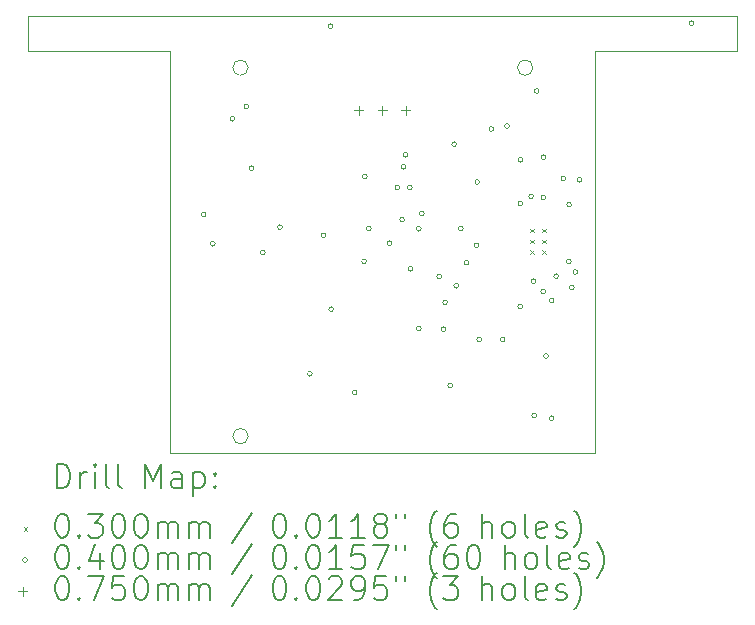
<source format=gbr>
%TF.GenerationSoftware,KiCad,Pcbnew,(7.0.0)*%
%TF.CreationDate,2024-02-07T16:47:58+08:00*%
%TF.ProjectId,revopod1,7265766f-706f-4643-912e-6b696361645f,rev?*%
%TF.SameCoordinates,Original*%
%TF.FileFunction,Drillmap*%
%TF.FilePolarity,Positive*%
%FSLAX45Y45*%
G04 Gerber Fmt 4.5, Leading zero omitted, Abs format (unit mm)*
G04 Created by KiCad (PCBNEW (7.0.0)) date 2024-02-07 16:47:58*
%MOMM*%
%LPD*%
G01*
G04 APERTURE LIST*
%ADD10C,0.100000*%
%ADD11C,0.200000*%
%ADD12C,0.030000*%
%ADD13C,0.040000*%
%ADD14C,0.075000*%
G04 APERTURE END LIST*
D10*
X8800000Y-10100000D02*
X10000000Y-10100000D01*
X8800000Y-10000000D02*
X8800000Y-10100000D01*
X10000000Y-10100000D02*
X10000000Y-13500000D01*
X10665000Y-13360000D02*
G75*
G03*
X10665000Y-13360000I-65000J0D01*
G01*
X14800000Y-10000000D02*
X14800000Y-10100000D01*
X13600000Y-10100000D02*
X14800000Y-10100000D01*
X14800000Y-10000000D02*
X14800000Y-9800000D01*
X13075000Y-10240000D02*
G75*
G03*
X13075000Y-10240000I-65000J0D01*
G01*
X8800000Y-9800000D02*
X8800000Y-10000000D01*
X10665000Y-10240000D02*
G75*
G03*
X10665000Y-10240000I-65000J0D01*
G01*
X13600000Y-10100000D02*
X13600000Y-13500000D01*
X13600000Y-13500000D02*
X10000000Y-13500000D01*
X14800000Y-9800000D02*
X8800000Y-9800000D01*
D11*
D12*
X13055000Y-11605000D02*
X13085000Y-11635000D01*
X13085000Y-11605000D02*
X13055000Y-11635000D01*
X13055000Y-11695000D02*
X13085000Y-11725000D01*
X13085000Y-11695000D02*
X13055000Y-11725000D01*
X13055000Y-11785000D02*
X13085000Y-11815000D01*
X13085000Y-11785000D02*
X13055000Y-11815000D01*
X13155000Y-11605000D02*
X13185000Y-11635000D01*
X13185000Y-11605000D02*
X13155000Y-11635000D01*
X13155000Y-11695000D02*
X13185000Y-11725000D01*
X13185000Y-11695000D02*
X13155000Y-11725000D01*
X13155000Y-11785000D02*
X13185000Y-11815000D01*
X13185000Y-11785000D02*
X13155000Y-11815000D01*
D13*
X10307800Y-11483600D02*
G75*
G03*
X10307800Y-11483600I-20000J0D01*
G01*
X10385580Y-11731460D02*
G75*
G03*
X10385580Y-11731460I-20000J0D01*
G01*
X10550530Y-10672550D02*
G75*
G03*
X10550530Y-10672550I-20000J0D01*
G01*
X10670000Y-10570000D02*
G75*
G03*
X10670000Y-10570000I-20000J0D01*
G01*
X10714230Y-11090560D02*
G75*
G03*
X10714230Y-11090560I-20000J0D01*
G01*
X10808460Y-11806540D02*
G75*
G03*
X10808460Y-11806540I-20000J0D01*
G01*
X10954120Y-11590600D02*
G75*
G03*
X10954120Y-11590600I-20000J0D01*
G01*
X11207030Y-12832280D02*
G75*
G03*
X11207030Y-12832280I-20000J0D01*
G01*
X11323010Y-11660000D02*
G75*
G03*
X11323010Y-11660000I-20000J0D01*
G01*
X11382200Y-9889300D02*
G75*
G03*
X11382200Y-9889300I-20000J0D01*
G01*
X11387840Y-12284470D02*
G75*
G03*
X11387840Y-12284470I-20000J0D01*
G01*
X11586150Y-12990000D02*
G75*
G03*
X11586150Y-12990000I-20000J0D01*
G01*
X11666150Y-11879250D02*
G75*
G03*
X11666150Y-11879250I-20000J0D01*
G01*
X11672730Y-11159750D02*
G75*
G03*
X11672730Y-11159750I-20000J0D01*
G01*
X11706480Y-11600600D02*
G75*
G03*
X11706480Y-11600600I-20000J0D01*
G01*
X11881020Y-11724880D02*
G75*
G03*
X11881020Y-11724880I-20000J0D01*
G01*
X11948970Y-11254140D02*
G75*
G03*
X11948970Y-11254140I-20000J0D01*
G01*
X11988600Y-11527070D02*
G75*
G03*
X11988600Y-11527070I-20000J0D01*
G01*
X12000000Y-11080000D02*
G75*
G03*
X12000000Y-11080000I-20000J0D01*
G01*
X12016897Y-10977444D02*
G75*
G03*
X12016897Y-10977444I-20000J0D01*
G01*
X12054310Y-11254380D02*
G75*
G03*
X12054310Y-11254380I-20000J0D01*
G01*
X12060640Y-11943000D02*
G75*
G03*
X12060640Y-11943000I-20000J0D01*
G01*
X12129880Y-11604560D02*
G75*
G03*
X12129880Y-11604560I-20000J0D01*
G01*
X12130000Y-12450000D02*
G75*
G03*
X12130000Y-12450000I-20000J0D01*
G01*
X12155170Y-11475630D02*
G75*
G03*
X12155170Y-11475630I-20000J0D01*
G01*
X12302300Y-12006090D02*
G75*
G03*
X12302300Y-12006090I-20000J0D01*
G01*
X12340000Y-12454450D02*
G75*
G03*
X12340000Y-12454450I-20000J0D01*
G01*
X12352168Y-12226841D02*
G75*
G03*
X12352168Y-12226841I-20000J0D01*
G01*
X12395450Y-12930920D02*
G75*
G03*
X12395450Y-12930920I-20000J0D01*
G01*
X12428660Y-10887930D02*
G75*
G03*
X12428660Y-10887930I-20000J0D01*
G01*
X12446500Y-12086380D02*
G75*
G03*
X12446500Y-12086380I-20000J0D01*
G01*
X12484870Y-11602170D02*
G75*
G03*
X12484870Y-11602170I-20000J0D01*
G01*
X12533700Y-11890000D02*
G75*
G03*
X12533700Y-11890000I-20000J0D01*
G01*
X12618480Y-11745000D02*
G75*
G03*
X12618480Y-11745000I-20000J0D01*
G01*
X12624170Y-11207820D02*
G75*
G03*
X12624170Y-11207820I-20000J0D01*
G01*
X12640940Y-12542130D02*
G75*
G03*
X12640940Y-12542130I-20000J0D01*
G01*
X12744240Y-10759570D02*
G75*
G03*
X12744240Y-10759570I-20000J0D01*
G01*
X12840000Y-12540000D02*
G75*
G03*
X12840000Y-12540000I-20000J0D01*
G01*
X12876820Y-10732380D02*
G75*
G03*
X12876820Y-10732380I-20000J0D01*
G01*
X12989490Y-12262200D02*
G75*
G03*
X12989490Y-12262200I-20000J0D01*
G01*
X12990000Y-11020000D02*
G75*
G03*
X12990000Y-11020000I-20000J0D01*
G01*
X12990000Y-11390000D02*
G75*
G03*
X12990000Y-11390000I-20000J0D01*
G01*
X13080000Y-11330000D02*
G75*
G03*
X13080000Y-11330000I-20000J0D01*
G01*
X13101037Y-12048548D02*
G75*
G03*
X13101037Y-12048548I-20000J0D01*
G01*
X13106460Y-13184850D02*
G75*
G03*
X13106460Y-13184850I-20000J0D01*
G01*
X13127650Y-10437600D02*
G75*
G03*
X13127650Y-10437600I-20000J0D01*
G01*
X13182430Y-12135542D02*
G75*
G03*
X13182430Y-12135542I-20000J0D01*
G01*
X13184300Y-10996780D02*
G75*
G03*
X13184300Y-10996780I-20000J0D01*
G01*
X13184300Y-11340000D02*
G75*
G03*
X13184300Y-11340000I-20000J0D01*
G01*
X13207970Y-12681120D02*
G75*
G03*
X13207970Y-12681120I-20000J0D01*
G01*
X13254880Y-12210000D02*
G75*
G03*
X13254880Y-12210000I-20000J0D01*
G01*
X13255230Y-13207110D02*
G75*
G03*
X13255230Y-13207110I-20000J0D01*
G01*
X13292545Y-12004995D02*
G75*
G03*
X13292545Y-12004995I-20000J0D01*
G01*
X13354140Y-11178320D02*
G75*
G03*
X13354140Y-11178320I-20000J0D01*
G01*
X13400000Y-11880000D02*
G75*
G03*
X13400000Y-11880000I-20000J0D01*
G01*
X13402450Y-11400000D02*
G75*
G03*
X13402450Y-11400000I-20000J0D01*
G01*
X13426290Y-12100840D02*
G75*
G03*
X13426290Y-12100840I-20000J0D01*
G01*
X13455040Y-11970000D02*
G75*
G03*
X13455040Y-11970000I-20000J0D01*
G01*
X13490000Y-11190000D02*
G75*
G03*
X13490000Y-11190000I-20000J0D01*
G01*
X14438970Y-9864030D02*
G75*
G03*
X14438970Y-9864030I-20000J0D01*
G01*
D14*
X11600000Y-10562500D02*
X11600000Y-10637500D01*
X11562500Y-10600000D02*
X11637500Y-10600000D01*
X11800000Y-10562500D02*
X11800000Y-10637500D01*
X11762500Y-10600000D02*
X11837500Y-10600000D01*
X12000000Y-10562500D02*
X12000000Y-10637500D01*
X11962500Y-10600000D02*
X12037500Y-10600000D01*
D11*
X9042619Y-13798476D02*
X9042619Y-13598476D01*
X9042619Y-13598476D02*
X9090238Y-13598476D01*
X9090238Y-13598476D02*
X9118810Y-13608000D01*
X9118810Y-13608000D02*
X9137857Y-13627048D01*
X9137857Y-13627048D02*
X9147381Y-13646095D01*
X9147381Y-13646095D02*
X9156905Y-13684190D01*
X9156905Y-13684190D02*
X9156905Y-13712762D01*
X9156905Y-13712762D02*
X9147381Y-13750857D01*
X9147381Y-13750857D02*
X9137857Y-13769905D01*
X9137857Y-13769905D02*
X9118810Y-13788952D01*
X9118810Y-13788952D02*
X9090238Y-13798476D01*
X9090238Y-13798476D02*
X9042619Y-13798476D01*
X9242619Y-13798476D02*
X9242619Y-13665143D01*
X9242619Y-13703238D02*
X9252143Y-13684190D01*
X9252143Y-13684190D02*
X9261667Y-13674667D01*
X9261667Y-13674667D02*
X9280714Y-13665143D01*
X9280714Y-13665143D02*
X9299762Y-13665143D01*
X9366429Y-13798476D02*
X9366429Y-13665143D01*
X9366429Y-13598476D02*
X9356905Y-13608000D01*
X9356905Y-13608000D02*
X9366429Y-13617524D01*
X9366429Y-13617524D02*
X9375952Y-13608000D01*
X9375952Y-13608000D02*
X9366429Y-13598476D01*
X9366429Y-13598476D02*
X9366429Y-13617524D01*
X9490238Y-13798476D02*
X9471190Y-13788952D01*
X9471190Y-13788952D02*
X9461667Y-13769905D01*
X9461667Y-13769905D02*
X9461667Y-13598476D01*
X9595000Y-13798476D02*
X9575952Y-13788952D01*
X9575952Y-13788952D02*
X9566429Y-13769905D01*
X9566429Y-13769905D02*
X9566429Y-13598476D01*
X9791190Y-13798476D02*
X9791190Y-13598476D01*
X9791190Y-13598476D02*
X9857857Y-13741333D01*
X9857857Y-13741333D02*
X9924524Y-13598476D01*
X9924524Y-13598476D02*
X9924524Y-13798476D01*
X10105476Y-13798476D02*
X10105476Y-13693714D01*
X10105476Y-13693714D02*
X10095952Y-13674667D01*
X10095952Y-13674667D02*
X10076905Y-13665143D01*
X10076905Y-13665143D02*
X10038809Y-13665143D01*
X10038809Y-13665143D02*
X10019762Y-13674667D01*
X10105476Y-13788952D02*
X10086429Y-13798476D01*
X10086429Y-13798476D02*
X10038809Y-13798476D01*
X10038809Y-13798476D02*
X10019762Y-13788952D01*
X10019762Y-13788952D02*
X10010238Y-13769905D01*
X10010238Y-13769905D02*
X10010238Y-13750857D01*
X10010238Y-13750857D02*
X10019762Y-13731809D01*
X10019762Y-13731809D02*
X10038809Y-13722286D01*
X10038809Y-13722286D02*
X10086429Y-13722286D01*
X10086429Y-13722286D02*
X10105476Y-13712762D01*
X10200714Y-13665143D02*
X10200714Y-13865143D01*
X10200714Y-13674667D02*
X10219762Y-13665143D01*
X10219762Y-13665143D02*
X10257857Y-13665143D01*
X10257857Y-13665143D02*
X10276905Y-13674667D01*
X10276905Y-13674667D02*
X10286429Y-13684190D01*
X10286429Y-13684190D02*
X10295952Y-13703238D01*
X10295952Y-13703238D02*
X10295952Y-13760381D01*
X10295952Y-13760381D02*
X10286429Y-13779428D01*
X10286429Y-13779428D02*
X10276905Y-13788952D01*
X10276905Y-13788952D02*
X10257857Y-13798476D01*
X10257857Y-13798476D02*
X10219762Y-13798476D01*
X10219762Y-13798476D02*
X10200714Y-13788952D01*
X10381667Y-13779428D02*
X10391190Y-13788952D01*
X10391190Y-13788952D02*
X10381667Y-13798476D01*
X10381667Y-13798476D02*
X10372143Y-13788952D01*
X10372143Y-13788952D02*
X10381667Y-13779428D01*
X10381667Y-13779428D02*
X10381667Y-13798476D01*
X10381667Y-13674667D02*
X10391190Y-13684190D01*
X10391190Y-13684190D02*
X10381667Y-13693714D01*
X10381667Y-13693714D02*
X10372143Y-13684190D01*
X10372143Y-13684190D02*
X10381667Y-13674667D01*
X10381667Y-13674667D02*
X10381667Y-13693714D01*
D12*
X8765000Y-14130000D02*
X8795000Y-14160000D01*
X8795000Y-14130000D02*
X8765000Y-14160000D01*
D11*
X9080714Y-14018476D02*
X9099762Y-14018476D01*
X9099762Y-14018476D02*
X9118810Y-14028000D01*
X9118810Y-14028000D02*
X9128333Y-14037524D01*
X9128333Y-14037524D02*
X9137857Y-14056571D01*
X9137857Y-14056571D02*
X9147381Y-14094667D01*
X9147381Y-14094667D02*
X9147381Y-14142286D01*
X9147381Y-14142286D02*
X9137857Y-14180381D01*
X9137857Y-14180381D02*
X9128333Y-14199428D01*
X9128333Y-14199428D02*
X9118810Y-14208952D01*
X9118810Y-14208952D02*
X9099762Y-14218476D01*
X9099762Y-14218476D02*
X9080714Y-14218476D01*
X9080714Y-14218476D02*
X9061667Y-14208952D01*
X9061667Y-14208952D02*
X9052143Y-14199428D01*
X9052143Y-14199428D02*
X9042619Y-14180381D01*
X9042619Y-14180381D02*
X9033095Y-14142286D01*
X9033095Y-14142286D02*
X9033095Y-14094667D01*
X9033095Y-14094667D02*
X9042619Y-14056571D01*
X9042619Y-14056571D02*
X9052143Y-14037524D01*
X9052143Y-14037524D02*
X9061667Y-14028000D01*
X9061667Y-14028000D02*
X9080714Y-14018476D01*
X9233095Y-14199428D02*
X9242619Y-14208952D01*
X9242619Y-14208952D02*
X9233095Y-14218476D01*
X9233095Y-14218476D02*
X9223571Y-14208952D01*
X9223571Y-14208952D02*
X9233095Y-14199428D01*
X9233095Y-14199428D02*
X9233095Y-14218476D01*
X9309286Y-14018476D02*
X9433095Y-14018476D01*
X9433095Y-14018476D02*
X9366429Y-14094667D01*
X9366429Y-14094667D02*
X9395000Y-14094667D01*
X9395000Y-14094667D02*
X9414048Y-14104190D01*
X9414048Y-14104190D02*
X9423571Y-14113714D01*
X9423571Y-14113714D02*
X9433095Y-14132762D01*
X9433095Y-14132762D02*
X9433095Y-14180381D01*
X9433095Y-14180381D02*
X9423571Y-14199428D01*
X9423571Y-14199428D02*
X9414048Y-14208952D01*
X9414048Y-14208952D02*
X9395000Y-14218476D01*
X9395000Y-14218476D02*
X9337857Y-14218476D01*
X9337857Y-14218476D02*
X9318810Y-14208952D01*
X9318810Y-14208952D02*
X9309286Y-14199428D01*
X9556905Y-14018476D02*
X9575952Y-14018476D01*
X9575952Y-14018476D02*
X9595000Y-14028000D01*
X9595000Y-14028000D02*
X9604524Y-14037524D01*
X9604524Y-14037524D02*
X9614048Y-14056571D01*
X9614048Y-14056571D02*
X9623571Y-14094667D01*
X9623571Y-14094667D02*
X9623571Y-14142286D01*
X9623571Y-14142286D02*
X9614048Y-14180381D01*
X9614048Y-14180381D02*
X9604524Y-14199428D01*
X9604524Y-14199428D02*
X9595000Y-14208952D01*
X9595000Y-14208952D02*
X9575952Y-14218476D01*
X9575952Y-14218476D02*
X9556905Y-14218476D01*
X9556905Y-14218476D02*
X9537857Y-14208952D01*
X9537857Y-14208952D02*
X9528333Y-14199428D01*
X9528333Y-14199428D02*
X9518810Y-14180381D01*
X9518810Y-14180381D02*
X9509286Y-14142286D01*
X9509286Y-14142286D02*
X9509286Y-14094667D01*
X9509286Y-14094667D02*
X9518810Y-14056571D01*
X9518810Y-14056571D02*
X9528333Y-14037524D01*
X9528333Y-14037524D02*
X9537857Y-14028000D01*
X9537857Y-14028000D02*
X9556905Y-14018476D01*
X9747381Y-14018476D02*
X9766429Y-14018476D01*
X9766429Y-14018476D02*
X9785476Y-14028000D01*
X9785476Y-14028000D02*
X9795000Y-14037524D01*
X9795000Y-14037524D02*
X9804524Y-14056571D01*
X9804524Y-14056571D02*
X9814048Y-14094667D01*
X9814048Y-14094667D02*
X9814048Y-14142286D01*
X9814048Y-14142286D02*
X9804524Y-14180381D01*
X9804524Y-14180381D02*
X9795000Y-14199428D01*
X9795000Y-14199428D02*
X9785476Y-14208952D01*
X9785476Y-14208952D02*
X9766429Y-14218476D01*
X9766429Y-14218476D02*
X9747381Y-14218476D01*
X9747381Y-14218476D02*
X9728333Y-14208952D01*
X9728333Y-14208952D02*
X9718810Y-14199428D01*
X9718810Y-14199428D02*
X9709286Y-14180381D01*
X9709286Y-14180381D02*
X9699762Y-14142286D01*
X9699762Y-14142286D02*
X9699762Y-14094667D01*
X9699762Y-14094667D02*
X9709286Y-14056571D01*
X9709286Y-14056571D02*
X9718810Y-14037524D01*
X9718810Y-14037524D02*
X9728333Y-14028000D01*
X9728333Y-14028000D02*
X9747381Y-14018476D01*
X9899762Y-14218476D02*
X9899762Y-14085143D01*
X9899762Y-14104190D02*
X9909286Y-14094667D01*
X9909286Y-14094667D02*
X9928333Y-14085143D01*
X9928333Y-14085143D02*
X9956905Y-14085143D01*
X9956905Y-14085143D02*
X9975952Y-14094667D01*
X9975952Y-14094667D02*
X9985476Y-14113714D01*
X9985476Y-14113714D02*
X9985476Y-14218476D01*
X9985476Y-14113714D02*
X9995000Y-14094667D01*
X9995000Y-14094667D02*
X10014048Y-14085143D01*
X10014048Y-14085143D02*
X10042619Y-14085143D01*
X10042619Y-14085143D02*
X10061667Y-14094667D01*
X10061667Y-14094667D02*
X10071191Y-14113714D01*
X10071191Y-14113714D02*
X10071191Y-14218476D01*
X10166429Y-14218476D02*
X10166429Y-14085143D01*
X10166429Y-14104190D02*
X10175952Y-14094667D01*
X10175952Y-14094667D02*
X10195000Y-14085143D01*
X10195000Y-14085143D02*
X10223572Y-14085143D01*
X10223572Y-14085143D02*
X10242619Y-14094667D01*
X10242619Y-14094667D02*
X10252143Y-14113714D01*
X10252143Y-14113714D02*
X10252143Y-14218476D01*
X10252143Y-14113714D02*
X10261667Y-14094667D01*
X10261667Y-14094667D02*
X10280714Y-14085143D01*
X10280714Y-14085143D02*
X10309286Y-14085143D01*
X10309286Y-14085143D02*
X10328333Y-14094667D01*
X10328333Y-14094667D02*
X10337857Y-14113714D01*
X10337857Y-14113714D02*
X10337857Y-14218476D01*
X10695952Y-14008952D02*
X10524524Y-14266095D01*
X10920714Y-14018476D02*
X10939762Y-14018476D01*
X10939762Y-14018476D02*
X10958810Y-14028000D01*
X10958810Y-14028000D02*
X10968333Y-14037524D01*
X10968333Y-14037524D02*
X10977857Y-14056571D01*
X10977857Y-14056571D02*
X10987381Y-14094667D01*
X10987381Y-14094667D02*
X10987381Y-14142286D01*
X10987381Y-14142286D02*
X10977857Y-14180381D01*
X10977857Y-14180381D02*
X10968333Y-14199428D01*
X10968333Y-14199428D02*
X10958810Y-14208952D01*
X10958810Y-14208952D02*
X10939762Y-14218476D01*
X10939762Y-14218476D02*
X10920714Y-14218476D01*
X10920714Y-14218476D02*
X10901667Y-14208952D01*
X10901667Y-14208952D02*
X10892143Y-14199428D01*
X10892143Y-14199428D02*
X10882619Y-14180381D01*
X10882619Y-14180381D02*
X10873095Y-14142286D01*
X10873095Y-14142286D02*
X10873095Y-14094667D01*
X10873095Y-14094667D02*
X10882619Y-14056571D01*
X10882619Y-14056571D02*
X10892143Y-14037524D01*
X10892143Y-14037524D02*
X10901667Y-14028000D01*
X10901667Y-14028000D02*
X10920714Y-14018476D01*
X11073095Y-14199428D02*
X11082619Y-14208952D01*
X11082619Y-14208952D02*
X11073095Y-14218476D01*
X11073095Y-14218476D02*
X11063572Y-14208952D01*
X11063572Y-14208952D02*
X11073095Y-14199428D01*
X11073095Y-14199428D02*
X11073095Y-14218476D01*
X11206429Y-14018476D02*
X11225476Y-14018476D01*
X11225476Y-14018476D02*
X11244524Y-14028000D01*
X11244524Y-14028000D02*
X11254048Y-14037524D01*
X11254048Y-14037524D02*
X11263571Y-14056571D01*
X11263571Y-14056571D02*
X11273095Y-14094667D01*
X11273095Y-14094667D02*
X11273095Y-14142286D01*
X11273095Y-14142286D02*
X11263571Y-14180381D01*
X11263571Y-14180381D02*
X11254048Y-14199428D01*
X11254048Y-14199428D02*
X11244524Y-14208952D01*
X11244524Y-14208952D02*
X11225476Y-14218476D01*
X11225476Y-14218476D02*
X11206429Y-14218476D01*
X11206429Y-14218476D02*
X11187381Y-14208952D01*
X11187381Y-14208952D02*
X11177857Y-14199428D01*
X11177857Y-14199428D02*
X11168333Y-14180381D01*
X11168333Y-14180381D02*
X11158810Y-14142286D01*
X11158810Y-14142286D02*
X11158810Y-14094667D01*
X11158810Y-14094667D02*
X11168333Y-14056571D01*
X11168333Y-14056571D02*
X11177857Y-14037524D01*
X11177857Y-14037524D02*
X11187381Y-14028000D01*
X11187381Y-14028000D02*
X11206429Y-14018476D01*
X11463571Y-14218476D02*
X11349286Y-14218476D01*
X11406429Y-14218476D02*
X11406429Y-14018476D01*
X11406429Y-14018476D02*
X11387381Y-14047048D01*
X11387381Y-14047048D02*
X11368333Y-14066095D01*
X11368333Y-14066095D02*
X11349286Y-14075619D01*
X11654048Y-14218476D02*
X11539762Y-14218476D01*
X11596905Y-14218476D02*
X11596905Y-14018476D01*
X11596905Y-14018476D02*
X11577857Y-14047048D01*
X11577857Y-14047048D02*
X11558810Y-14066095D01*
X11558810Y-14066095D02*
X11539762Y-14075619D01*
X11768333Y-14104190D02*
X11749286Y-14094667D01*
X11749286Y-14094667D02*
X11739762Y-14085143D01*
X11739762Y-14085143D02*
X11730238Y-14066095D01*
X11730238Y-14066095D02*
X11730238Y-14056571D01*
X11730238Y-14056571D02*
X11739762Y-14037524D01*
X11739762Y-14037524D02*
X11749286Y-14028000D01*
X11749286Y-14028000D02*
X11768333Y-14018476D01*
X11768333Y-14018476D02*
X11806429Y-14018476D01*
X11806429Y-14018476D02*
X11825476Y-14028000D01*
X11825476Y-14028000D02*
X11835000Y-14037524D01*
X11835000Y-14037524D02*
X11844524Y-14056571D01*
X11844524Y-14056571D02*
X11844524Y-14066095D01*
X11844524Y-14066095D02*
X11835000Y-14085143D01*
X11835000Y-14085143D02*
X11825476Y-14094667D01*
X11825476Y-14094667D02*
X11806429Y-14104190D01*
X11806429Y-14104190D02*
X11768333Y-14104190D01*
X11768333Y-14104190D02*
X11749286Y-14113714D01*
X11749286Y-14113714D02*
X11739762Y-14123238D01*
X11739762Y-14123238D02*
X11730238Y-14142286D01*
X11730238Y-14142286D02*
X11730238Y-14180381D01*
X11730238Y-14180381D02*
X11739762Y-14199428D01*
X11739762Y-14199428D02*
X11749286Y-14208952D01*
X11749286Y-14208952D02*
X11768333Y-14218476D01*
X11768333Y-14218476D02*
X11806429Y-14218476D01*
X11806429Y-14218476D02*
X11825476Y-14208952D01*
X11825476Y-14208952D02*
X11835000Y-14199428D01*
X11835000Y-14199428D02*
X11844524Y-14180381D01*
X11844524Y-14180381D02*
X11844524Y-14142286D01*
X11844524Y-14142286D02*
X11835000Y-14123238D01*
X11835000Y-14123238D02*
X11825476Y-14113714D01*
X11825476Y-14113714D02*
X11806429Y-14104190D01*
X11920714Y-14018476D02*
X11920714Y-14056571D01*
X11996905Y-14018476D02*
X11996905Y-14056571D01*
X12259762Y-14294667D02*
X12250238Y-14285143D01*
X12250238Y-14285143D02*
X12231191Y-14256571D01*
X12231191Y-14256571D02*
X12221667Y-14237524D01*
X12221667Y-14237524D02*
X12212143Y-14208952D01*
X12212143Y-14208952D02*
X12202619Y-14161333D01*
X12202619Y-14161333D02*
X12202619Y-14123238D01*
X12202619Y-14123238D02*
X12212143Y-14075619D01*
X12212143Y-14075619D02*
X12221667Y-14047048D01*
X12221667Y-14047048D02*
X12231191Y-14028000D01*
X12231191Y-14028000D02*
X12250238Y-13999428D01*
X12250238Y-13999428D02*
X12259762Y-13989905D01*
X12421667Y-14018476D02*
X12383571Y-14018476D01*
X12383571Y-14018476D02*
X12364524Y-14028000D01*
X12364524Y-14028000D02*
X12355000Y-14037524D01*
X12355000Y-14037524D02*
X12335952Y-14066095D01*
X12335952Y-14066095D02*
X12326429Y-14104190D01*
X12326429Y-14104190D02*
X12326429Y-14180381D01*
X12326429Y-14180381D02*
X12335952Y-14199428D01*
X12335952Y-14199428D02*
X12345476Y-14208952D01*
X12345476Y-14208952D02*
X12364524Y-14218476D01*
X12364524Y-14218476D02*
X12402619Y-14218476D01*
X12402619Y-14218476D02*
X12421667Y-14208952D01*
X12421667Y-14208952D02*
X12431191Y-14199428D01*
X12431191Y-14199428D02*
X12440714Y-14180381D01*
X12440714Y-14180381D02*
X12440714Y-14132762D01*
X12440714Y-14132762D02*
X12431191Y-14113714D01*
X12431191Y-14113714D02*
X12421667Y-14104190D01*
X12421667Y-14104190D02*
X12402619Y-14094667D01*
X12402619Y-14094667D02*
X12364524Y-14094667D01*
X12364524Y-14094667D02*
X12345476Y-14104190D01*
X12345476Y-14104190D02*
X12335952Y-14113714D01*
X12335952Y-14113714D02*
X12326429Y-14132762D01*
X12646429Y-14218476D02*
X12646429Y-14018476D01*
X12732143Y-14218476D02*
X12732143Y-14113714D01*
X12732143Y-14113714D02*
X12722619Y-14094667D01*
X12722619Y-14094667D02*
X12703572Y-14085143D01*
X12703572Y-14085143D02*
X12675000Y-14085143D01*
X12675000Y-14085143D02*
X12655952Y-14094667D01*
X12655952Y-14094667D02*
X12646429Y-14104190D01*
X12855952Y-14218476D02*
X12836905Y-14208952D01*
X12836905Y-14208952D02*
X12827381Y-14199428D01*
X12827381Y-14199428D02*
X12817857Y-14180381D01*
X12817857Y-14180381D02*
X12817857Y-14123238D01*
X12817857Y-14123238D02*
X12827381Y-14104190D01*
X12827381Y-14104190D02*
X12836905Y-14094667D01*
X12836905Y-14094667D02*
X12855952Y-14085143D01*
X12855952Y-14085143D02*
X12884524Y-14085143D01*
X12884524Y-14085143D02*
X12903572Y-14094667D01*
X12903572Y-14094667D02*
X12913095Y-14104190D01*
X12913095Y-14104190D02*
X12922619Y-14123238D01*
X12922619Y-14123238D02*
X12922619Y-14180381D01*
X12922619Y-14180381D02*
X12913095Y-14199428D01*
X12913095Y-14199428D02*
X12903572Y-14208952D01*
X12903572Y-14208952D02*
X12884524Y-14218476D01*
X12884524Y-14218476D02*
X12855952Y-14218476D01*
X13036905Y-14218476D02*
X13017857Y-14208952D01*
X13017857Y-14208952D02*
X13008333Y-14189905D01*
X13008333Y-14189905D02*
X13008333Y-14018476D01*
X13189286Y-14208952D02*
X13170238Y-14218476D01*
X13170238Y-14218476D02*
X13132143Y-14218476D01*
X13132143Y-14218476D02*
X13113095Y-14208952D01*
X13113095Y-14208952D02*
X13103572Y-14189905D01*
X13103572Y-14189905D02*
X13103572Y-14113714D01*
X13103572Y-14113714D02*
X13113095Y-14094667D01*
X13113095Y-14094667D02*
X13132143Y-14085143D01*
X13132143Y-14085143D02*
X13170238Y-14085143D01*
X13170238Y-14085143D02*
X13189286Y-14094667D01*
X13189286Y-14094667D02*
X13198810Y-14113714D01*
X13198810Y-14113714D02*
X13198810Y-14132762D01*
X13198810Y-14132762D02*
X13103572Y-14151809D01*
X13275000Y-14208952D02*
X13294048Y-14218476D01*
X13294048Y-14218476D02*
X13332143Y-14218476D01*
X13332143Y-14218476D02*
X13351191Y-14208952D01*
X13351191Y-14208952D02*
X13360714Y-14189905D01*
X13360714Y-14189905D02*
X13360714Y-14180381D01*
X13360714Y-14180381D02*
X13351191Y-14161333D01*
X13351191Y-14161333D02*
X13332143Y-14151809D01*
X13332143Y-14151809D02*
X13303572Y-14151809D01*
X13303572Y-14151809D02*
X13284524Y-14142286D01*
X13284524Y-14142286D02*
X13275000Y-14123238D01*
X13275000Y-14123238D02*
X13275000Y-14113714D01*
X13275000Y-14113714D02*
X13284524Y-14094667D01*
X13284524Y-14094667D02*
X13303572Y-14085143D01*
X13303572Y-14085143D02*
X13332143Y-14085143D01*
X13332143Y-14085143D02*
X13351191Y-14094667D01*
X13427381Y-14294667D02*
X13436905Y-14285143D01*
X13436905Y-14285143D02*
X13455953Y-14256571D01*
X13455953Y-14256571D02*
X13465476Y-14237524D01*
X13465476Y-14237524D02*
X13475000Y-14208952D01*
X13475000Y-14208952D02*
X13484524Y-14161333D01*
X13484524Y-14161333D02*
X13484524Y-14123238D01*
X13484524Y-14123238D02*
X13475000Y-14075619D01*
X13475000Y-14075619D02*
X13465476Y-14047048D01*
X13465476Y-14047048D02*
X13455953Y-14028000D01*
X13455953Y-14028000D02*
X13436905Y-13999428D01*
X13436905Y-13999428D02*
X13427381Y-13989905D01*
D13*
X8795000Y-14409000D02*
G75*
G03*
X8795000Y-14409000I-20000J0D01*
G01*
D11*
X9080714Y-14282476D02*
X9099762Y-14282476D01*
X9099762Y-14282476D02*
X9118810Y-14292000D01*
X9118810Y-14292000D02*
X9128333Y-14301524D01*
X9128333Y-14301524D02*
X9137857Y-14320571D01*
X9137857Y-14320571D02*
X9147381Y-14358667D01*
X9147381Y-14358667D02*
X9147381Y-14406286D01*
X9147381Y-14406286D02*
X9137857Y-14444381D01*
X9137857Y-14444381D02*
X9128333Y-14463428D01*
X9128333Y-14463428D02*
X9118810Y-14472952D01*
X9118810Y-14472952D02*
X9099762Y-14482476D01*
X9099762Y-14482476D02*
X9080714Y-14482476D01*
X9080714Y-14482476D02*
X9061667Y-14472952D01*
X9061667Y-14472952D02*
X9052143Y-14463428D01*
X9052143Y-14463428D02*
X9042619Y-14444381D01*
X9042619Y-14444381D02*
X9033095Y-14406286D01*
X9033095Y-14406286D02*
X9033095Y-14358667D01*
X9033095Y-14358667D02*
X9042619Y-14320571D01*
X9042619Y-14320571D02*
X9052143Y-14301524D01*
X9052143Y-14301524D02*
X9061667Y-14292000D01*
X9061667Y-14292000D02*
X9080714Y-14282476D01*
X9233095Y-14463428D02*
X9242619Y-14472952D01*
X9242619Y-14472952D02*
X9233095Y-14482476D01*
X9233095Y-14482476D02*
X9223571Y-14472952D01*
X9223571Y-14472952D02*
X9233095Y-14463428D01*
X9233095Y-14463428D02*
X9233095Y-14482476D01*
X9414048Y-14349143D02*
X9414048Y-14482476D01*
X9366429Y-14272952D02*
X9318810Y-14415809D01*
X9318810Y-14415809D02*
X9442619Y-14415809D01*
X9556905Y-14282476D02*
X9575952Y-14282476D01*
X9575952Y-14282476D02*
X9595000Y-14292000D01*
X9595000Y-14292000D02*
X9604524Y-14301524D01*
X9604524Y-14301524D02*
X9614048Y-14320571D01*
X9614048Y-14320571D02*
X9623571Y-14358667D01*
X9623571Y-14358667D02*
X9623571Y-14406286D01*
X9623571Y-14406286D02*
X9614048Y-14444381D01*
X9614048Y-14444381D02*
X9604524Y-14463428D01*
X9604524Y-14463428D02*
X9595000Y-14472952D01*
X9595000Y-14472952D02*
X9575952Y-14482476D01*
X9575952Y-14482476D02*
X9556905Y-14482476D01*
X9556905Y-14482476D02*
X9537857Y-14472952D01*
X9537857Y-14472952D02*
X9528333Y-14463428D01*
X9528333Y-14463428D02*
X9518810Y-14444381D01*
X9518810Y-14444381D02*
X9509286Y-14406286D01*
X9509286Y-14406286D02*
X9509286Y-14358667D01*
X9509286Y-14358667D02*
X9518810Y-14320571D01*
X9518810Y-14320571D02*
X9528333Y-14301524D01*
X9528333Y-14301524D02*
X9537857Y-14292000D01*
X9537857Y-14292000D02*
X9556905Y-14282476D01*
X9747381Y-14282476D02*
X9766429Y-14282476D01*
X9766429Y-14282476D02*
X9785476Y-14292000D01*
X9785476Y-14292000D02*
X9795000Y-14301524D01*
X9795000Y-14301524D02*
X9804524Y-14320571D01*
X9804524Y-14320571D02*
X9814048Y-14358667D01*
X9814048Y-14358667D02*
X9814048Y-14406286D01*
X9814048Y-14406286D02*
X9804524Y-14444381D01*
X9804524Y-14444381D02*
X9795000Y-14463428D01*
X9795000Y-14463428D02*
X9785476Y-14472952D01*
X9785476Y-14472952D02*
X9766429Y-14482476D01*
X9766429Y-14482476D02*
X9747381Y-14482476D01*
X9747381Y-14482476D02*
X9728333Y-14472952D01*
X9728333Y-14472952D02*
X9718810Y-14463428D01*
X9718810Y-14463428D02*
X9709286Y-14444381D01*
X9709286Y-14444381D02*
X9699762Y-14406286D01*
X9699762Y-14406286D02*
X9699762Y-14358667D01*
X9699762Y-14358667D02*
X9709286Y-14320571D01*
X9709286Y-14320571D02*
X9718810Y-14301524D01*
X9718810Y-14301524D02*
X9728333Y-14292000D01*
X9728333Y-14292000D02*
X9747381Y-14282476D01*
X9899762Y-14482476D02*
X9899762Y-14349143D01*
X9899762Y-14368190D02*
X9909286Y-14358667D01*
X9909286Y-14358667D02*
X9928333Y-14349143D01*
X9928333Y-14349143D02*
X9956905Y-14349143D01*
X9956905Y-14349143D02*
X9975952Y-14358667D01*
X9975952Y-14358667D02*
X9985476Y-14377714D01*
X9985476Y-14377714D02*
X9985476Y-14482476D01*
X9985476Y-14377714D02*
X9995000Y-14358667D01*
X9995000Y-14358667D02*
X10014048Y-14349143D01*
X10014048Y-14349143D02*
X10042619Y-14349143D01*
X10042619Y-14349143D02*
X10061667Y-14358667D01*
X10061667Y-14358667D02*
X10071191Y-14377714D01*
X10071191Y-14377714D02*
X10071191Y-14482476D01*
X10166429Y-14482476D02*
X10166429Y-14349143D01*
X10166429Y-14368190D02*
X10175952Y-14358667D01*
X10175952Y-14358667D02*
X10195000Y-14349143D01*
X10195000Y-14349143D02*
X10223572Y-14349143D01*
X10223572Y-14349143D02*
X10242619Y-14358667D01*
X10242619Y-14358667D02*
X10252143Y-14377714D01*
X10252143Y-14377714D02*
X10252143Y-14482476D01*
X10252143Y-14377714D02*
X10261667Y-14358667D01*
X10261667Y-14358667D02*
X10280714Y-14349143D01*
X10280714Y-14349143D02*
X10309286Y-14349143D01*
X10309286Y-14349143D02*
X10328333Y-14358667D01*
X10328333Y-14358667D02*
X10337857Y-14377714D01*
X10337857Y-14377714D02*
X10337857Y-14482476D01*
X10695952Y-14272952D02*
X10524524Y-14530095D01*
X10920714Y-14282476D02*
X10939762Y-14282476D01*
X10939762Y-14282476D02*
X10958810Y-14292000D01*
X10958810Y-14292000D02*
X10968333Y-14301524D01*
X10968333Y-14301524D02*
X10977857Y-14320571D01*
X10977857Y-14320571D02*
X10987381Y-14358667D01*
X10987381Y-14358667D02*
X10987381Y-14406286D01*
X10987381Y-14406286D02*
X10977857Y-14444381D01*
X10977857Y-14444381D02*
X10968333Y-14463428D01*
X10968333Y-14463428D02*
X10958810Y-14472952D01*
X10958810Y-14472952D02*
X10939762Y-14482476D01*
X10939762Y-14482476D02*
X10920714Y-14482476D01*
X10920714Y-14482476D02*
X10901667Y-14472952D01*
X10901667Y-14472952D02*
X10892143Y-14463428D01*
X10892143Y-14463428D02*
X10882619Y-14444381D01*
X10882619Y-14444381D02*
X10873095Y-14406286D01*
X10873095Y-14406286D02*
X10873095Y-14358667D01*
X10873095Y-14358667D02*
X10882619Y-14320571D01*
X10882619Y-14320571D02*
X10892143Y-14301524D01*
X10892143Y-14301524D02*
X10901667Y-14292000D01*
X10901667Y-14292000D02*
X10920714Y-14282476D01*
X11073095Y-14463428D02*
X11082619Y-14472952D01*
X11082619Y-14472952D02*
X11073095Y-14482476D01*
X11073095Y-14482476D02*
X11063572Y-14472952D01*
X11063572Y-14472952D02*
X11073095Y-14463428D01*
X11073095Y-14463428D02*
X11073095Y-14482476D01*
X11206429Y-14282476D02*
X11225476Y-14282476D01*
X11225476Y-14282476D02*
X11244524Y-14292000D01*
X11244524Y-14292000D02*
X11254048Y-14301524D01*
X11254048Y-14301524D02*
X11263571Y-14320571D01*
X11263571Y-14320571D02*
X11273095Y-14358667D01*
X11273095Y-14358667D02*
X11273095Y-14406286D01*
X11273095Y-14406286D02*
X11263571Y-14444381D01*
X11263571Y-14444381D02*
X11254048Y-14463428D01*
X11254048Y-14463428D02*
X11244524Y-14472952D01*
X11244524Y-14472952D02*
X11225476Y-14482476D01*
X11225476Y-14482476D02*
X11206429Y-14482476D01*
X11206429Y-14482476D02*
X11187381Y-14472952D01*
X11187381Y-14472952D02*
X11177857Y-14463428D01*
X11177857Y-14463428D02*
X11168333Y-14444381D01*
X11168333Y-14444381D02*
X11158810Y-14406286D01*
X11158810Y-14406286D02*
X11158810Y-14358667D01*
X11158810Y-14358667D02*
X11168333Y-14320571D01*
X11168333Y-14320571D02*
X11177857Y-14301524D01*
X11177857Y-14301524D02*
X11187381Y-14292000D01*
X11187381Y-14292000D02*
X11206429Y-14282476D01*
X11463571Y-14482476D02*
X11349286Y-14482476D01*
X11406429Y-14482476D02*
X11406429Y-14282476D01*
X11406429Y-14282476D02*
X11387381Y-14311048D01*
X11387381Y-14311048D02*
X11368333Y-14330095D01*
X11368333Y-14330095D02*
X11349286Y-14339619D01*
X11644524Y-14282476D02*
X11549286Y-14282476D01*
X11549286Y-14282476D02*
X11539762Y-14377714D01*
X11539762Y-14377714D02*
X11549286Y-14368190D01*
X11549286Y-14368190D02*
X11568333Y-14358667D01*
X11568333Y-14358667D02*
X11615952Y-14358667D01*
X11615952Y-14358667D02*
X11635000Y-14368190D01*
X11635000Y-14368190D02*
X11644524Y-14377714D01*
X11644524Y-14377714D02*
X11654048Y-14396762D01*
X11654048Y-14396762D02*
X11654048Y-14444381D01*
X11654048Y-14444381D02*
X11644524Y-14463428D01*
X11644524Y-14463428D02*
X11635000Y-14472952D01*
X11635000Y-14472952D02*
X11615952Y-14482476D01*
X11615952Y-14482476D02*
X11568333Y-14482476D01*
X11568333Y-14482476D02*
X11549286Y-14472952D01*
X11549286Y-14472952D02*
X11539762Y-14463428D01*
X11720714Y-14282476D02*
X11854048Y-14282476D01*
X11854048Y-14282476D02*
X11768333Y-14482476D01*
X11920714Y-14282476D02*
X11920714Y-14320571D01*
X11996905Y-14282476D02*
X11996905Y-14320571D01*
X12259762Y-14558667D02*
X12250238Y-14549143D01*
X12250238Y-14549143D02*
X12231191Y-14520571D01*
X12231191Y-14520571D02*
X12221667Y-14501524D01*
X12221667Y-14501524D02*
X12212143Y-14472952D01*
X12212143Y-14472952D02*
X12202619Y-14425333D01*
X12202619Y-14425333D02*
X12202619Y-14387238D01*
X12202619Y-14387238D02*
X12212143Y-14339619D01*
X12212143Y-14339619D02*
X12221667Y-14311048D01*
X12221667Y-14311048D02*
X12231191Y-14292000D01*
X12231191Y-14292000D02*
X12250238Y-14263428D01*
X12250238Y-14263428D02*
X12259762Y-14253905D01*
X12421667Y-14282476D02*
X12383571Y-14282476D01*
X12383571Y-14282476D02*
X12364524Y-14292000D01*
X12364524Y-14292000D02*
X12355000Y-14301524D01*
X12355000Y-14301524D02*
X12335952Y-14330095D01*
X12335952Y-14330095D02*
X12326429Y-14368190D01*
X12326429Y-14368190D02*
X12326429Y-14444381D01*
X12326429Y-14444381D02*
X12335952Y-14463428D01*
X12335952Y-14463428D02*
X12345476Y-14472952D01*
X12345476Y-14472952D02*
X12364524Y-14482476D01*
X12364524Y-14482476D02*
X12402619Y-14482476D01*
X12402619Y-14482476D02*
X12421667Y-14472952D01*
X12421667Y-14472952D02*
X12431191Y-14463428D01*
X12431191Y-14463428D02*
X12440714Y-14444381D01*
X12440714Y-14444381D02*
X12440714Y-14396762D01*
X12440714Y-14396762D02*
X12431191Y-14377714D01*
X12431191Y-14377714D02*
X12421667Y-14368190D01*
X12421667Y-14368190D02*
X12402619Y-14358667D01*
X12402619Y-14358667D02*
X12364524Y-14358667D01*
X12364524Y-14358667D02*
X12345476Y-14368190D01*
X12345476Y-14368190D02*
X12335952Y-14377714D01*
X12335952Y-14377714D02*
X12326429Y-14396762D01*
X12564524Y-14282476D02*
X12583572Y-14282476D01*
X12583572Y-14282476D02*
X12602619Y-14292000D01*
X12602619Y-14292000D02*
X12612143Y-14301524D01*
X12612143Y-14301524D02*
X12621667Y-14320571D01*
X12621667Y-14320571D02*
X12631191Y-14358667D01*
X12631191Y-14358667D02*
X12631191Y-14406286D01*
X12631191Y-14406286D02*
X12621667Y-14444381D01*
X12621667Y-14444381D02*
X12612143Y-14463428D01*
X12612143Y-14463428D02*
X12602619Y-14472952D01*
X12602619Y-14472952D02*
X12583572Y-14482476D01*
X12583572Y-14482476D02*
X12564524Y-14482476D01*
X12564524Y-14482476D02*
X12545476Y-14472952D01*
X12545476Y-14472952D02*
X12535952Y-14463428D01*
X12535952Y-14463428D02*
X12526429Y-14444381D01*
X12526429Y-14444381D02*
X12516905Y-14406286D01*
X12516905Y-14406286D02*
X12516905Y-14358667D01*
X12516905Y-14358667D02*
X12526429Y-14320571D01*
X12526429Y-14320571D02*
X12535952Y-14301524D01*
X12535952Y-14301524D02*
X12545476Y-14292000D01*
X12545476Y-14292000D02*
X12564524Y-14282476D01*
X12836905Y-14482476D02*
X12836905Y-14282476D01*
X12922619Y-14482476D02*
X12922619Y-14377714D01*
X12922619Y-14377714D02*
X12913095Y-14358667D01*
X12913095Y-14358667D02*
X12894048Y-14349143D01*
X12894048Y-14349143D02*
X12865476Y-14349143D01*
X12865476Y-14349143D02*
X12846429Y-14358667D01*
X12846429Y-14358667D02*
X12836905Y-14368190D01*
X13046429Y-14482476D02*
X13027381Y-14472952D01*
X13027381Y-14472952D02*
X13017857Y-14463428D01*
X13017857Y-14463428D02*
X13008333Y-14444381D01*
X13008333Y-14444381D02*
X13008333Y-14387238D01*
X13008333Y-14387238D02*
X13017857Y-14368190D01*
X13017857Y-14368190D02*
X13027381Y-14358667D01*
X13027381Y-14358667D02*
X13046429Y-14349143D01*
X13046429Y-14349143D02*
X13075000Y-14349143D01*
X13075000Y-14349143D02*
X13094048Y-14358667D01*
X13094048Y-14358667D02*
X13103572Y-14368190D01*
X13103572Y-14368190D02*
X13113095Y-14387238D01*
X13113095Y-14387238D02*
X13113095Y-14444381D01*
X13113095Y-14444381D02*
X13103572Y-14463428D01*
X13103572Y-14463428D02*
X13094048Y-14472952D01*
X13094048Y-14472952D02*
X13075000Y-14482476D01*
X13075000Y-14482476D02*
X13046429Y-14482476D01*
X13227381Y-14482476D02*
X13208333Y-14472952D01*
X13208333Y-14472952D02*
X13198810Y-14453905D01*
X13198810Y-14453905D02*
X13198810Y-14282476D01*
X13379762Y-14472952D02*
X13360714Y-14482476D01*
X13360714Y-14482476D02*
X13322619Y-14482476D01*
X13322619Y-14482476D02*
X13303572Y-14472952D01*
X13303572Y-14472952D02*
X13294048Y-14453905D01*
X13294048Y-14453905D02*
X13294048Y-14377714D01*
X13294048Y-14377714D02*
X13303572Y-14358667D01*
X13303572Y-14358667D02*
X13322619Y-14349143D01*
X13322619Y-14349143D02*
X13360714Y-14349143D01*
X13360714Y-14349143D02*
X13379762Y-14358667D01*
X13379762Y-14358667D02*
X13389286Y-14377714D01*
X13389286Y-14377714D02*
X13389286Y-14396762D01*
X13389286Y-14396762D02*
X13294048Y-14415809D01*
X13465476Y-14472952D02*
X13484524Y-14482476D01*
X13484524Y-14482476D02*
X13522619Y-14482476D01*
X13522619Y-14482476D02*
X13541667Y-14472952D01*
X13541667Y-14472952D02*
X13551191Y-14453905D01*
X13551191Y-14453905D02*
X13551191Y-14444381D01*
X13551191Y-14444381D02*
X13541667Y-14425333D01*
X13541667Y-14425333D02*
X13522619Y-14415809D01*
X13522619Y-14415809D02*
X13494048Y-14415809D01*
X13494048Y-14415809D02*
X13475000Y-14406286D01*
X13475000Y-14406286D02*
X13465476Y-14387238D01*
X13465476Y-14387238D02*
X13465476Y-14377714D01*
X13465476Y-14377714D02*
X13475000Y-14358667D01*
X13475000Y-14358667D02*
X13494048Y-14349143D01*
X13494048Y-14349143D02*
X13522619Y-14349143D01*
X13522619Y-14349143D02*
X13541667Y-14358667D01*
X13617857Y-14558667D02*
X13627381Y-14549143D01*
X13627381Y-14549143D02*
X13646429Y-14520571D01*
X13646429Y-14520571D02*
X13655953Y-14501524D01*
X13655953Y-14501524D02*
X13665476Y-14472952D01*
X13665476Y-14472952D02*
X13675000Y-14425333D01*
X13675000Y-14425333D02*
X13675000Y-14387238D01*
X13675000Y-14387238D02*
X13665476Y-14339619D01*
X13665476Y-14339619D02*
X13655953Y-14311048D01*
X13655953Y-14311048D02*
X13646429Y-14292000D01*
X13646429Y-14292000D02*
X13627381Y-14263428D01*
X13627381Y-14263428D02*
X13617857Y-14253905D01*
D14*
X8757500Y-14635500D02*
X8757500Y-14710500D01*
X8720000Y-14673000D02*
X8795000Y-14673000D01*
D11*
X9080714Y-14546476D02*
X9099762Y-14546476D01*
X9099762Y-14546476D02*
X9118810Y-14556000D01*
X9118810Y-14556000D02*
X9128333Y-14565524D01*
X9128333Y-14565524D02*
X9137857Y-14584571D01*
X9137857Y-14584571D02*
X9147381Y-14622667D01*
X9147381Y-14622667D02*
X9147381Y-14670286D01*
X9147381Y-14670286D02*
X9137857Y-14708381D01*
X9137857Y-14708381D02*
X9128333Y-14727428D01*
X9128333Y-14727428D02*
X9118810Y-14736952D01*
X9118810Y-14736952D02*
X9099762Y-14746476D01*
X9099762Y-14746476D02*
X9080714Y-14746476D01*
X9080714Y-14746476D02*
X9061667Y-14736952D01*
X9061667Y-14736952D02*
X9052143Y-14727428D01*
X9052143Y-14727428D02*
X9042619Y-14708381D01*
X9042619Y-14708381D02*
X9033095Y-14670286D01*
X9033095Y-14670286D02*
X9033095Y-14622667D01*
X9033095Y-14622667D02*
X9042619Y-14584571D01*
X9042619Y-14584571D02*
X9052143Y-14565524D01*
X9052143Y-14565524D02*
X9061667Y-14556000D01*
X9061667Y-14556000D02*
X9080714Y-14546476D01*
X9233095Y-14727428D02*
X9242619Y-14736952D01*
X9242619Y-14736952D02*
X9233095Y-14746476D01*
X9233095Y-14746476D02*
X9223571Y-14736952D01*
X9223571Y-14736952D02*
X9233095Y-14727428D01*
X9233095Y-14727428D02*
X9233095Y-14746476D01*
X9309286Y-14546476D02*
X9442619Y-14546476D01*
X9442619Y-14546476D02*
X9356905Y-14746476D01*
X9614048Y-14546476D02*
X9518810Y-14546476D01*
X9518810Y-14546476D02*
X9509286Y-14641714D01*
X9509286Y-14641714D02*
X9518810Y-14632190D01*
X9518810Y-14632190D02*
X9537857Y-14622667D01*
X9537857Y-14622667D02*
X9585476Y-14622667D01*
X9585476Y-14622667D02*
X9604524Y-14632190D01*
X9604524Y-14632190D02*
X9614048Y-14641714D01*
X9614048Y-14641714D02*
X9623571Y-14660762D01*
X9623571Y-14660762D02*
X9623571Y-14708381D01*
X9623571Y-14708381D02*
X9614048Y-14727428D01*
X9614048Y-14727428D02*
X9604524Y-14736952D01*
X9604524Y-14736952D02*
X9585476Y-14746476D01*
X9585476Y-14746476D02*
X9537857Y-14746476D01*
X9537857Y-14746476D02*
X9518810Y-14736952D01*
X9518810Y-14736952D02*
X9509286Y-14727428D01*
X9747381Y-14546476D02*
X9766429Y-14546476D01*
X9766429Y-14546476D02*
X9785476Y-14556000D01*
X9785476Y-14556000D02*
X9795000Y-14565524D01*
X9795000Y-14565524D02*
X9804524Y-14584571D01*
X9804524Y-14584571D02*
X9814048Y-14622667D01*
X9814048Y-14622667D02*
X9814048Y-14670286D01*
X9814048Y-14670286D02*
X9804524Y-14708381D01*
X9804524Y-14708381D02*
X9795000Y-14727428D01*
X9795000Y-14727428D02*
X9785476Y-14736952D01*
X9785476Y-14736952D02*
X9766429Y-14746476D01*
X9766429Y-14746476D02*
X9747381Y-14746476D01*
X9747381Y-14746476D02*
X9728333Y-14736952D01*
X9728333Y-14736952D02*
X9718810Y-14727428D01*
X9718810Y-14727428D02*
X9709286Y-14708381D01*
X9709286Y-14708381D02*
X9699762Y-14670286D01*
X9699762Y-14670286D02*
X9699762Y-14622667D01*
X9699762Y-14622667D02*
X9709286Y-14584571D01*
X9709286Y-14584571D02*
X9718810Y-14565524D01*
X9718810Y-14565524D02*
X9728333Y-14556000D01*
X9728333Y-14556000D02*
X9747381Y-14546476D01*
X9899762Y-14746476D02*
X9899762Y-14613143D01*
X9899762Y-14632190D02*
X9909286Y-14622667D01*
X9909286Y-14622667D02*
X9928333Y-14613143D01*
X9928333Y-14613143D02*
X9956905Y-14613143D01*
X9956905Y-14613143D02*
X9975952Y-14622667D01*
X9975952Y-14622667D02*
X9985476Y-14641714D01*
X9985476Y-14641714D02*
X9985476Y-14746476D01*
X9985476Y-14641714D02*
X9995000Y-14622667D01*
X9995000Y-14622667D02*
X10014048Y-14613143D01*
X10014048Y-14613143D02*
X10042619Y-14613143D01*
X10042619Y-14613143D02*
X10061667Y-14622667D01*
X10061667Y-14622667D02*
X10071191Y-14641714D01*
X10071191Y-14641714D02*
X10071191Y-14746476D01*
X10166429Y-14746476D02*
X10166429Y-14613143D01*
X10166429Y-14632190D02*
X10175952Y-14622667D01*
X10175952Y-14622667D02*
X10195000Y-14613143D01*
X10195000Y-14613143D02*
X10223572Y-14613143D01*
X10223572Y-14613143D02*
X10242619Y-14622667D01*
X10242619Y-14622667D02*
X10252143Y-14641714D01*
X10252143Y-14641714D02*
X10252143Y-14746476D01*
X10252143Y-14641714D02*
X10261667Y-14622667D01*
X10261667Y-14622667D02*
X10280714Y-14613143D01*
X10280714Y-14613143D02*
X10309286Y-14613143D01*
X10309286Y-14613143D02*
X10328333Y-14622667D01*
X10328333Y-14622667D02*
X10337857Y-14641714D01*
X10337857Y-14641714D02*
X10337857Y-14746476D01*
X10695952Y-14536952D02*
X10524524Y-14794095D01*
X10920714Y-14546476D02*
X10939762Y-14546476D01*
X10939762Y-14546476D02*
X10958810Y-14556000D01*
X10958810Y-14556000D02*
X10968333Y-14565524D01*
X10968333Y-14565524D02*
X10977857Y-14584571D01*
X10977857Y-14584571D02*
X10987381Y-14622667D01*
X10987381Y-14622667D02*
X10987381Y-14670286D01*
X10987381Y-14670286D02*
X10977857Y-14708381D01*
X10977857Y-14708381D02*
X10968333Y-14727428D01*
X10968333Y-14727428D02*
X10958810Y-14736952D01*
X10958810Y-14736952D02*
X10939762Y-14746476D01*
X10939762Y-14746476D02*
X10920714Y-14746476D01*
X10920714Y-14746476D02*
X10901667Y-14736952D01*
X10901667Y-14736952D02*
X10892143Y-14727428D01*
X10892143Y-14727428D02*
X10882619Y-14708381D01*
X10882619Y-14708381D02*
X10873095Y-14670286D01*
X10873095Y-14670286D02*
X10873095Y-14622667D01*
X10873095Y-14622667D02*
X10882619Y-14584571D01*
X10882619Y-14584571D02*
X10892143Y-14565524D01*
X10892143Y-14565524D02*
X10901667Y-14556000D01*
X10901667Y-14556000D02*
X10920714Y-14546476D01*
X11073095Y-14727428D02*
X11082619Y-14736952D01*
X11082619Y-14736952D02*
X11073095Y-14746476D01*
X11073095Y-14746476D02*
X11063572Y-14736952D01*
X11063572Y-14736952D02*
X11073095Y-14727428D01*
X11073095Y-14727428D02*
X11073095Y-14746476D01*
X11206429Y-14546476D02*
X11225476Y-14546476D01*
X11225476Y-14546476D02*
X11244524Y-14556000D01*
X11244524Y-14556000D02*
X11254048Y-14565524D01*
X11254048Y-14565524D02*
X11263571Y-14584571D01*
X11263571Y-14584571D02*
X11273095Y-14622667D01*
X11273095Y-14622667D02*
X11273095Y-14670286D01*
X11273095Y-14670286D02*
X11263571Y-14708381D01*
X11263571Y-14708381D02*
X11254048Y-14727428D01*
X11254048Y-14727428D02*
X11244524Y-14736952D01*
X11244524Y-14736952D02*
X11225476Y-14746476D01*
X11225476Y-14746476D02*
X11206429Y-14746476D01*
X11206429Y-14746476D02*
X11187381Y-14736952D01*
X11187381Y-14736952D02*
X11177857Y-14727428D01*
X11177857Y-14727428D02*
X11168333Y-14708381D01*
X11168333Y-14708381D02*
X11158810Y-14670286D01*
X11158810Y-14670286D02*
X11158810Y-14622667D01*
X11158810Y-14622667D02*
X11168333Y-14584571D01*
X11168333Y-14584571D02*
X11177857Y-14565524D01*
X11177857Y-14565524D02*
X11187381Y-14556000D01*
X11187381Y-14556000D02*
X11206429Y-14546476D01*
X11349286Y-14565524D02*
X11358810Y-14556000D01*
X11358810Y-14556000D02*
X11377857Y-14546476D01*
X11377857Y-14546476D02*
X11425476Y-14546476D01*
X11425476Y-14546476D02*
X11444524Y-14556000D01*
X11444524Y-14556000D02*
X11454048Y-14565524D01*
X11454048Y-14565524D02*
X11463571Y-14584571D01*
X11463571Y-14584571D02*
X11463571Y-14603619D01*
X11463571Y-14603619D02*
X11454048Y-14632190D01*
X11454048Y-14632190D02*
X11339762Y-14746476D01*
X11339762Y-14746476D02*
X11463571Y-14746476D01*
X11558810Y-14746476D02*
X11596905Y-14746476D01*
X11596905Y-14746476D02*
X11615952Y-14736952D01*
X11615952Y-14736952D02*
X11625476Y-14727428D01*
X11625476Y-14727428D02*
X11644524Y-14698857D01*
X11644524Y-14698857D02*
X11654048Y-14660762D01*
X11654048Y-14660762D02*
X11654048Y-14584571D01*
X11654048Y-14584571D02*
X11644524Y-14565524D01*
X11644524Y-14565524D02*
X11635000Y-14556000D01*
X11635000Y-14556000D02*
X11615952Y-14546476D01*
X11615952Y-14546476D02*
X11577857Y-14546476D01*
X11577857Y-14546476D02*
X11558810Y-14556000D01*
X11558810Y-14556000D02*
X11549286Y-14565524D01*
X11549286Y-14565524D02*
X11539762Y-14584571D01*
X11539762Y-14584571D02*
X11539762Y-14632190D01*
X11539762Y-14632190D02*
X11549286Y-14651238D01*
X11549286Y-14651238D02*
X11558810Y-14660762D01*
X11558810Y-14660762D02*
X11577857Y-14670286D01*
X11577857Y-14670286D02*
X11615952Y-14670286D01*
X11615952Y-14670286D02*
X11635000Y-14660762D01*
X11635000Y-14660762D02*
X11644524Y-14651238D01*
X11644524Y-14651238D02*
X11654048Y-14632190D01*
X11835000Y-14546476D02*
X11739762Y-14546476D01*
X11739762Y-14546476D02*
X11730238Y-14641714D01*
X11730238Y-14641714D02*
X11739762Y-14632190D01*
X11739762Y-14632190D02*
X11758810Y-14622667D01*
X11758810Y-14622667D02*
X11806429Y-14622667D01*
X11806429Y-14622667D02*
X11825476Y-14632190D01*
X11825476Y-14632190D02*
X11835000Y-14641714D01*
X11835000Y-14641714D02*
X11844524Y-14660762D01*
X11844524Y-14660762D02*
X11844524Y-14708381D01*
X11844524Y-14708381D02*
X11835000Y-14727428D01*
X11835000Y-14727428D02*
X11825476Y-14736952D01*
X11825476Y-14736952D02*
X11806429Y-14746476D01*
X11806429Y-14746476D02*
X11758810Y-14746476D01*
X11758810Y-14746476D02*
X11739762Y-14736952D01*
X11739762Y-14736952D02*
X11730238Y-14727428D01*
X11920714Y-14546476D02*
X11920714Y-14584571D01*
X11996905Y-14546476D02*
X11996905Y-14584571D01*
X12259762Y-14822667D02*
X12250238Y-14813143D01*
X12250238Y-14813143D02*
X12231191Y-14784571D01*
X12231191Y-14784571D02*
X12221667Y-14765524D01*
X12221667Y-14765524D02*
X12212143Y-14736952D01*
X12212143Y-14736952D02*
X12202619Y-14689333D01*
X12202619Y-14689333D02*
X12202619Y-14651238D01*
X12202619Y-14651238D02*
X12212143Y-14603619D01*
X12212143Y-14603619D02*
X12221667Y-14575048D01*
X12221667Y-14575048D02*
X12231191Y-14556000D01*
X12231191Y-14556000D02*
X12250238Y-14527428D01*
X12250238Y-14527428D02*
X12259762Y-14517905D01*
X12316905Y-14546476D02*
X12440714Y-14546476D01*
X12440714Y-14546476D02*
X12374048Y-14622667D01*
X12374048Y-14622667D02*
X12402619Y-14622667D01*
X12402619Y-14622667D02*
X12421667Y-14632190D01*
X12421667Y-14632190D02*
X12431191Y-14641714D01*
X12431191Y-14641714D02*
X12440714Y-14660762D01*
X12440714Y-14660762D02*
X12440714Y-14708381D01*
X12440714Y-14708381D02*
X12431191Y-14727428D01*
X12431191Y-14727428D02*
X12421667Y-14736952D01*
X12421667Y-14736952D02*
X12402619Y-14746476D01*
X12402619Y-14746476D02*
X12345476Y-14746476D01*
X12345476Y-14746476D02*
X12326429Y-14736952D01*
X12326429Y-14736952D02*
X12316905Y-14727428D01*
X12646429Y-14746476D02*
X12646429Y-14546476D01*
X12732143Y-14746476D02*
X12732143Y-14641714D01*
X12732143Y-14641714D02*
X12722619Y-14622667D01*
X12722619Y-14622667D02*
X12703572Y-14613143D01*
X12703572Y-14613143D02*
X12675000Y-14613143D01*
X12675000Y-14613143D02*
X12655952Y-14622667D01*
X12655952Y-14622667D02*
X12646429Y-14632190D01*
X12855952Y-14746476D02*
X12836905Y-14736952D01*
X12836905Y-14736952D02*
X12827381Y-14727428D01*
X12827381Y-14727428D02*
X12817857Y-14708381D01*
X12817857Y-14708381D02*
X12817857Y-14651238D01*
X12817857Y-14651238D02*
X12827381Y-14632190D01*
X12827381Y-14632190D02*
X12836905Y-14622667D01*
X12836905Y-14622667D02*
X12855952Y-14613143D01*
X12855952Y-14613143D02*
X12884524Y-14613143D01*
X12884524Y-14613143D02*
X12903572Y-14622667D01*
X12903572Y-14622667D02*
X12913095Y-14632190D01*
X12913095Y-14632190D02*
X12922619Y-14651238D01*
X12922619Y-14651238D02*
X12922619Y-14708381D01*
X12922619Y-14708381D02*
X12913095Y-14727428D01*
X12913095Y-14727428D02*
X12903572Y-14736952D01*
X12903572Y-14736952D02*
X12884524Y-14746476D01*
X12884524Y-14746476D02*
X12855952Y-14746476D01*
X13036905Y-14746476D02*
X13017857Y-14736952D01*
X13017857Y-14736952D02*
X13008333Y-14717905D01*
X13008333Y-14717905D02*
X13008333Y-14546476D01*
X13189286Y-14736952D02*
X13170238Y-14746476D01*
X13170238Y-14746476D02*
X13132143Y-14746476D01*
X13132143Y-14746476D02*
X13113095Y-14736952D01*
X13113095Y-14736952D02*
X13103572Y-14717905D01*
X13103572Y-14717905D02*
X13103572Y-14641714D01*
X13103572Y-14641714D02*
X13113095Y-14622667D01*
X13113095Y-14622667D02*
X13132143Y-14613143D01*
X13132143Y-14613143D02*
X13170238Y-14613143D01*
X13170238Y-14613143D02*
X13189286Y-14622667D01*
X13189286Y-14622667D02*
X13198810Y-14641714D01*
X13198810Y-14641714D02*
X13198810Y-14660762D01*
X13198810Y-14660762D02*
X13103572Y-14679809D01*
X13275000Y-14736952D02*
X13294048Y-14746476D01*
X13294048Y-14746476D02*
X13332143Y-14746476D01*
X13332143Y-14746476D02*
X13351191Y-14736952D01*
X13351191Y-14736952D02*
X13360714Y-14717905D01*
X13360714Y-14717905D02*
X13360714Y-14708381D01*
X13360714Y-14708381D02*
X13351191Y-14689333D01*
X13351191Y-14689333D02*
X13332143Y-14679809D01*
X13332143Y-14679809D02*
X13303572Y-14679809D01*
X13303572Y-14679809D02*
X13284524Y-14670286D01*
X13284524Y-14670286D02*
X13275000Y-14651238D01*
X13275000Y-14651238D02*
X13275000Y-14641714D01*
X13275000Y-14641714D02*
X13284524Y-14622667D01*
X13284524Y-14622667D02*
X13303572Y-14613143D01*
X13303572Y-14613143D02*
X13332143Y-14613143D01*
X13332143Y-14613143D02*
X13351191Y-14622667D01*
X13427381Y-14822667D02*
X13436905Y-14813143D01*
X13436905Y-14813143D02*
X13455953Y-14784571D01*
X13455953Y-14784571D02*
X13465476Y-14765524D01*
X13465476Y-14765524D02*
X13475000Y-14736952D01*
X13475000Y-14736952D02*
X13484524Y-14689333D01*
X13484524Y-14689333D02*
X13484524Y-14651238D01*
X13484524Y-14651238D02*
X13475000Y-14603619D01*
X13475000Y-14603619D02*
X13465476Y-14575048D01*
X13465476Y-14575048D02*
X13455953Y-14556000D01*
X13455953Y-14556000D02*
X13436905Y-14527428D01*
X13436905Y-14527428D02*
X13427381Y-14517905D01*
M02*

</source>
